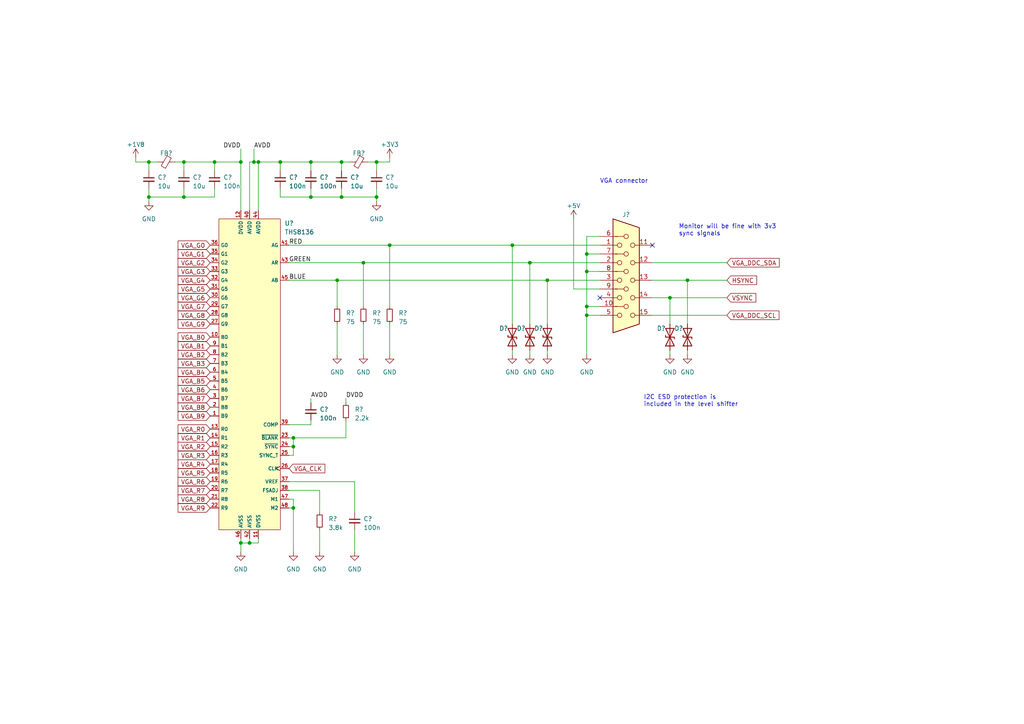
<source format=kicad_sch>
(kicad_sch (version 20220126) (generator eeschema)
  (paper "A4")
  (lib_symbols
    (symbol "Connector:DB15_Female_HighDensity" (pin_names (offset 1.016) hide)
      (property "Reference" "J" (at 0 21.59 0))
      (property "Value" "DB15_Female_HighDensity" (at 0 19.05 0))
      (symbol "DB15_Female_HighDensity_0_1"
        (circle (center -1.905 -10.16) (radius 0.635))
        (circle (center -1.905 -5.08) (radius 0.635))
        (circle (center -1.905 0) (radius 0.635))
        (circle (center -1.905 5.08) (radius 0.635))
        (circle (center -1.905 10.16) (radius 0.635))
        (circle (center 0 -7.62) (radius 0.635))
        (circle (center 0 -2.54) (radius 0.635))
        (polyline (pts (xy -3.175 7.62) (xy -0.635 7.62)))
        (polyline (pts (xy -0.635 -7.62) (xy -3.175 -7.62)))
        (polyline (pts (xy -0.635 -2.54) (xy -3.175 -2.54)))
        (polyline (pts (xy -0.635 2.54) (xy -3.175 2.54)))
        (polyline (pts (xy -0.635 12.7) (xy -3.175 12.7)))
        (polyline (pts (xy -3.81 17.78) (xy -3.81 -15.24) (xy 3.81 -12.7) (xy 3.81 15.24) (xy -3.81 17.78)) (stroke (width 0.254)) (fill (type background)))
        (circle (center 0 2.54) (radius 0.635))
        (circle (center 0 7.62) (radius 0.635))
        (circle (center 0 12.7) (radius 0.635))
        (circle (center 1.905 -10.16) (radius 0.635))
        (circle (center 1.905 -5.08) (radius 0.635))
        (circle (center 1.905 0) (radius 0.635))
        (circle (center 1.905 5.08) (radius 0.635))
        (circle (center 1.905 10.16) (radius 0.635))
      )
      (symbol "DB15_Female_HighDensity_1_1"
        (pin passive line (at -7.62 10.16 0) (length 5.08) (name "~") (number "1"))
        (pin passive line (at -7.62 -7.62 0) (length 5.08) (name "~") (number "10"))
        (pin passive line (at 7.62 10.16 180) (length 5.08) (name "~") (number "11"))
        (pin passive line (at 7.62 5.08 180) (length 5.08) (name "~") (number "12"))
        (pin passive line (at 7.62 0 180) (length 5.08) (name "~") (number "13"))
        (pin passive line (at 7.62 -5.08 180) (length 5.08) (name "~") (number "14"))
        (pin passive line (at 7.62 -10.16 180) (length 5.08) (name "~") (number "15"))
        (pin passive line (at -7.62 5.08 0) (length 5.08) (name "~") (number "2"))
        (pin passive line (at -7.62 0 0) (length 5.08) (name "~") (number "3"))
        (pin passive line (at -7.62 -5.08 0) (length 5.08) (name "~") (number "4"))
        (pin passive line (at -7.62 -10.16 0) (length 5.08) (name "~") (number "5"))
        (pin passive line (at -7.62 12.7 0) (length 5.08) (name "~") (number "6"))
        (pin passive line (at -7.62 7.62 0) (length 5.08) (name "~") (number "7"))
        (pin passive line (at -7.62 2.54 0) (length 5.08) (name "~") (number "8"))
        (pin passive line (at -7.62 -2.54 0) (length 5.08) (name "~") (number "9"))
      )
    )
    (symbol "Device:C_Small" (pin_numbers hide) (pin_names (offset 0.254) hide)
      (property "Reference" "C" (at 0.254 1.778 0))
      (property "Value" "C_Small" (at 0.254 -2.032 0))
      (symbol "C_Small_0_1"
        (polyline (pts (xy -1.524 -0.508) (xy 1.524 -0.508)) (stroke (width 0.3302)))
        (polyline (pts (xy -1.524 0.508) (xy 1.524 0.508)) (stroke (width 0.3048)))
      )
      (symbol "C_Small_1_1"
        (pin passive line (at 0 2.54 270) (length 2.032) (name "~") (number "1"))
        (pin passive line (at 0 -2.54 90) (length 2.032) (name "~") (number "2"))
      )
    )
    (symbol "Device:D_TVS" (pin_numbers hide) (pin_names (offset 1.016) hide)
      (property "Reference" "D" (at 0 2.54 0))
      (property "Value" "D_TVS" (at 0 -2.54 0))
      (symbol "D_TVS_0_1"
        (polyline (pts (xy 1.27 0) (xy -1.27 0)))
        (polyline (pts (xy 0.508 1.27) (xy 0 1.27) (xy 0 -1.27) (xy -0.508 -1.27)) (stroke (width 0.254)))
        (polyline (pts (xy -2.54 1.27) (xy -2.54 -1.27) (xy 2.54 1.27) (xy 2.54 -1.27) (xy -2.54 1.27)) (stroke (width 0.254)))
      )
      (symbol "D_TVS_1_1"
        (pin passive line (at -3.81 0 0) (length 2.54) (name "A1") (number "1"))
        (pin passive line (at 3.81 0 180) (length 2.54) (name "A2") (number "2"))
      )
    )
    (symbol "Device:FerriteBead_Small" (pin_numbers hide) (pin_names (offset 0))
      (property "Reference" "FB" (at 1.905 1.27 0))
      (property "Value" "FerriteBead_Small" (at 1.905 -1.27 0))
      (symbol "FerriteBead_Small_0_1"
        (polyline (pts (xy 0 -1.27) (xy 0 -0.7874)))
        (polyline (pts (xy 0 0.889) (xy 0 1.2954)))
        (polyline (pts (xy -1.8288 0.2794) (xy -1.1176 1.4986) (xy 1.8288 -0.2032) (xy 1.1176 -1.4224) (xy -1.8288 0.2794)))
      )
      (symbol "FerriteBead_Small_1_1"
        (pin passive line (at 0 2.54 270) (length 1.27) (name "~") (number "1"))
        (pin passive line (at 0 -2.54 90) (length 1.27) (name "~") (number "2"))
      )
    )
    (symbol "Device:R_Small" (pin_numbers hide) (pin_names (offset 0.254) hide)
      (property "Reference" "R" (at 0.762 0.508 0))
      (property "Value" "R_Small" (at 0.762 -1.016 0))
      (symbol "R_Small_0_1"
        (rectangle (start -0.762 1.778) (end 0.762 -1.778) (stroke (width 0.2032)))
      )
      (symbol "R_Small_1_1"
        (pin passive line (at 0 2.54 270) (length 0.762) (name "~") (number "1"))
        (pin passive line (at 0 -2.54 90) (length 0.762) (name "~") (number "2"))
      )
    )
    (symbol "THS8136:THS8136"
      (property "Reference" "U?" (at 4.3689 49.53 0))
      (property "Value" "THS8136" (at 4.3689 46.99 0))
      (symbol "THS8136_1_1"
        (rectangle (start -8.89 45.72) (end 8.89 -44.45) (stroke (width 0.1524)) (fill (type background)))
        (pin input line (at -11.43 -11.43 0) (length 2.54) (name "B9") (number "1"))
        (pin input line (at -11.43 11.43 0) (length 2.54) (name "B0") (number "10"))
        (pin power_in line (at 2.54 -46.99 90) (length 2.54) (name "DVSS") (number "11"))
        (pin power_in line (at -2.54 48.26 270) (length 2.54) (name "DVDD") (number "12"))
        (pin input line (at -11.43 -15.24 0) (length 2.54) (name "R0") (number "13"))
        (pin input line (at -11.43 -17.78 0) (length 2.54) (name "R1") (number "14"))
        (pin input line (at -11.43 -20.32 0) (length 2.54) (name "R2") (number "15"))
        (pin input line (at -11.43 -22.86 0) (length 2.54) (name "R3") (number "16"))
        (pin input line (at -11.43 -25.4 0) (length 2.54) (name "R4") (number "17"))
        (pin input line (at -11.43 -27.94 0) (length 2.54) (name "R5") (number "18"))
        (pin input line (at -11.43 -30.48 0) (length 2.54) (name "R6") (number "19"))
        (pin input line (at -11.43 -8.89 0) (length 2.54) (name "B8") (number "2"))
        (pin input line (at -11.43 -33.02 0) (length 2.54) (name "R7") (number "20"))
        (pin input line (at -11.43 -35.56 0) (length 2.54) (name "R8") (number "21"))
        (pin input line (at -11.43 -38.1 0) (length 2.54) (name "R9") (number "22"))
        (pin input line (at 11.43 -17.78 180) (length 2.54) (name "~{BLANK}") (number "23"))
        (pin input line (at 11.43 -20.32 180) (length 2.54) (name "~{SYNC}") (number "24"))
        (pin input line (at 11.43 -22.86 180) (length 2.54) (name "SYNC_T") (number "25"))
        (pin input clock (at 11.43 -26.67 180) (length 2.54) (name "CLK") (number "26"))
        (pin input line (at -11.43 15.24 0) (length 2.54) (name "G9") (number "27"))
        (pin input line (at -11.43 17.78 0) (length 2.54) (name "G8") (number "28"))
        (pin input line (at -11.43 20.32 0) (length 2.54) (name "G7") (number "29"))
        (pin input line (at -11.43 -6.35 0) (length 2.54) (name "B7") (number "3"))
        (pin input line (at -11.43 22.86 0) (length 2.54) (name "G6") (number "30"))
        (pin input line (at -11.43 25.4 0) (length 2.54) (name "G5") (number "31"))
        (pin input line (at -11.43 27.94 0) (length 2.54) (name "G4") (number "32"))
        (pin input line (at -11.43 30.48 0) (length 2.54) (name "G3") (number "33"))
        (pin input line (at -11.43 33.02 0) (length 2.54) (name "G2") (number "34"))
        (pin input line (at -11.43 35.56 0) (length 2.54) (name "G1") (number "35"))
        (pin input line (at -11.43 38.1 0) (length 2.54) (name "G0") (number "36"))
        (pin input line (at 11.43 -30.48 180) (length 2.54) (name "VREF") (number "37"))
        (pin input line (at 11.43 -33.02 180) (length 2.54) (name "FSADJ") (number "38"))
        (pin input line (at 11.43 -13.97 180) (length 2.54) (name "COMP") (number "39"))
        (pin input line (at -11.43 -3.81 0) (length 2.54) (name "B6") (number "4"))
        (pin power_in line (at 0 48.26 270) (length 2.54) (name "AVDD") (number "40"))
        (pin output line (at 11.43 38.1 180) (length 2.54) (name "AG") (number "41"))
        (pin power_in line (at 0 -46.99 90) (length 2.54) (name "AVSS") (number "42"))
        (pin output line (at 11.43 33.02 180) (length 2.54) (name "AR") (number "43"))
        (pin power_in line (at 2.54 48.26 270) (length 2.54) (name "AVDD") (number "44"))
        (pin output line (at 11.43 27.94 180) (length 2.54) (name "AB") (number "45"))
        (pin power_in line (at -2.54 -46.99 90) (length 2.54) (name "AVSS") (number "46"))
        (pin input line (at 11.43 -35.56 180) (length 2.54) (name "M1") (number "47"))
        (pin input line (at 11.43 -38.1 180) (length 2.54) (name "M2") (number "48"))
        (pin input line (at -11.43 -1.27 0) (length 2.54) (name "B5") (number "5"))
        (pin input line (at -11.43 1.27 0) (length 2.54) (name "B4") (number "6"))
        (pin input line (at -11.43 3.81 0) (length 2.54) (name "B3") (number "7"))
        (pin input line (at -11.43 6.35 0) (length 2.54) (name "B2") (number "8"))
        (pin input line (at -11.43 8.89 0) (length 2.54) (name "B1") (number "9"))
      )
    )
    (symbol "power:+1V8" (power) (pin_names (offset 0))
      (property "Value" "+1V8" (at 0 3.556 0))
      (symbol "+1V8_0_1"
        (polyline (pts (xy -0.762 1.27) (xy 0 2.54)))
        (polyline (pts (xy 0 0) (xy 0 2.54)))
        (polyline (pts (xy 0 2.54) (xy 0.762 1.27)))
      )
      (symbol "+1V8_1_1"
        (pin power_in line (at 0 0 90) (length 0) hide (name "+1V8") (number "1"))
      )
    )
    (symbol "power:+3V3" (power) (pin_names (offset 0))
      (property "Value" "+3V3" (at 0 3.556 0))
      (symbol "+3V3_0_1"
        (polyline (pts (xy -0.762 1.27) (xy 0 2.54)))
        (polyline (pts (xy 0 0) (xy 0 2.54)))
        (polyline (pts (xy 0 2.54) (xy 0.762 1.27)))
      )
      (symbol "+3V3_1_1"
        (pin power_in line (at 0 0 90) (length 0) hide (name "+3V3") (number "1"))
      )
    )
    (symbol "power:+5V" (power) (pin_names (offset 0))
      (property "Value" "+5V" (at 0 3.556 0))
      (symbol "+5V_0_1"
        (polyline (pts (xy -0.762 1.27) (xy 0 2.54)))
        (polyline (pts (xy 0 0) (xy 0 2.54)))
        (polyline (pts (xy 0 2.54) (xy 0.762 1.27)))
      )
      (symbol "+5V_1_1"
        (pin power_in line (at 0 0 90) (length 0) hide (name "+5V") (number "1"))
      )
    )
    (symbol "power:GND" (power) (pin_names (offset 0))
      (property "Value" "GND" (at 0 -3.81 0))
      (symbol "GND_0_1"
        (polyline (pts (xy 0 0) (xy 0 -1.27) (xy 1.27 -1.27) (xy 0 -2.54) (xy -1.27 -1.27) (xy 0 -1.27)))
      )
      (symbol "GND_1_1"
        (pin power_in line (at 0 0 270) (length 0) hide (name "GND") (number "1"))
      )
    )
  )
  (junction (at 90.17 46.99))
  (junction (at 53.34 57.15))
  (junction (at 69.85 157.48))
  (junction (at 97.79 81.28))
  (junction (at 81.28 46.99))
  (junction (at 62.23 46.99))
  (junction (at 43.18 57.15))
  (junction (at 90.17 57.15))
  (junction (at 72.39 157.48))
  (junction (at 158.75 81.28))
  (junction (at 170.18 73.66))
  (junction (at 69.85 46.99))
  (junction (at 113.03 71.12))
  (junction (at 170.18 91.44))
  (junction (at 109.22 46.99))
  (junction (at 85.09 147.32))
  (junction (at 170.18 88.9))
  (junction (at 99.06 46.99))
  (junction (at 153.67 76.2))
  (junction (at 199.39 81.28))
  (junction (at 194.31 86.36))
  (junction (at 148.59 71.12))
  (junction (at 43.18 46.99))
  (junction (at 99.06 57.15))
  (junction (at 85.09 129.54))
  (junction (at 53.34 46.99))
  (junction (at 170.18 78.74))
  (junction (at 85.09 127))
  (junction (at 73.66 46.99))
  (junction (at 109.22 57.15))
  (junction (at 105.41 76.2))
  (junction (at 74.93 46.99))
  (no_connect (at 189.23 71.12))
  (no_connect (at 173.99 86.36))
  (wire (pts (xy 50.8 46.99) (xy 53.34 46.99)))
  (wire (pts (xy 199.39 81.28) (xy 210.82 81.28)))
  (wire (pts (xy 74.93 157.48) (xy 72.39 157.48)))
  (wire (pts (xy 199.39 101.6) (xy 199.39 102.87)))
  (wire (pts (xy 90.17 115.57) (xy 90.17 116.84)))
  (wire (pts (xy 189.23 86.36) (xy 194.31 86.36)))
  (wire (pts (xy 148.59 101.6) (xy 148.59 102.87)))
  (wire (pts (xy 74.93 156.21) (xy 74.93 157.48)))
  (wire (pts (xy 83.82 147.32) (xy 85.09 147.32)))
  (wire (pts (xy 109.22 57.15) (xy 99.06 57.15)))
  (wire (pts (xy 113.03 93.98) (xy 113.03 102.87)))
  (wire (pts (xy 53.34 46.99) (xy 53.34 49.53)))
  (wire (pts (xy 62.23 54.61) (xy 62.23 57.15)))
  (wire (pts (xy 109.22 46.99) (xy 106.68 46.99)))
  (wire (pts (xy 113.03 71.12) (xy 113.03 88.9)))
  (wire (pts (xy 92.71 153.67) (xy 92.71 160.02)))
  (wire (pts (xy 53.34 54.61) (xy 53.34 57.15)))
  (wire (pts (xy 74.93 46.99) (xy 74.93 60.96)))
  (wire (pts (xy 43.18 57.15) (xy 53.34 57.15)))
  (wire (pts (xy 189.23 81.28) (xy 199.39 81.28)))
  (wire (pts (xy 69.85 156.21) (xy 69.85 157.48)))
  (wire (pts (xy 99.06 57.15) (xy 90.17 57.15)))
  (wire (pts (xy 90.17 46.99) (xy 90.17 49.53)))
  (wire (pts (xy 85.09 127) (xy 100.33 127)))
  (wire (pts (xy 43.18 46.99) (xy 45.72 46.99)))
  (wire (pts (xy 170.18 73.66) (xy 170.18 78.74)))
  (wire (pts (xy 83.82 139.7) (xy 102.87 139.7)))
  (wire (pts (xy 73.66 43.18) (xy 73.66 46.99)))
  (wire (pts (xy 43.18 57.15) (xy 43.18 58.42)))
  (wire (pts (xy 81.28 57.15) (xy 90.17 57.15)))
  (wire (pts (xy 85.09 127) (xy 85.09 129.54)))
  (wire (pts (xy 99.06 49.53) (xy 99.06 46.99)))
  (wire (pts (xy 69.85 46.99) (xy 69.85 60.96)))
  (wire (pts (xy 97.79 81.28) (xy 158.75 81.28)))
  (wire (pts (xy 90.17 54.61) (xy 90.17 57.15)))
  (wire (pts (xy 69.85 157.48) (xy 69.85 160.02)))
  (wire (pts (xy 72.39 156.21) (xy 72.39 157.48)))
  (wire (pts (xy 105.41 93.98) (xy 105.41 102.87)))
  (wire (pts (xy 100.33 115.57) (xy 100.33 116.84)))
  (wire (pts (xy 72.39 60.96) (xy 72.39 46.99)))
  (wire (pts (xy 105.41 76.2) (xy 153.67 76.2)))
  (wire (pts (xy 72.39 157.48) (xy 69.85 157.48)))
  (wire (pts (xy 85.09 132.08) (xy 85.09 129.54)))
  (wire (pts (xy 166.37 83.82) (xy 173.99 83.82)))
  (wire (pts (xy 92.71 142.24) (xy 92.71 148.59)))
  (wire (pts (xy 53.34 46.99) (xy 62.23 46.99)))
  (wire (pts (xy 102.87 139.7) (xy 102.87 148.59)))
  (wire (pts (xy 74.93 46.99) (xy 81.28 46.99)))
  (wire (pts (xy 170.18 91.44) (xy 173.99 91.44)))
  (wire (pts (xy 85.09 160.02) (xy 85.09 147.32)))
  (wire (pts (xy 83.82 132.08) (xy 85.09 132.08)))
  (wire (pts (xy 173.99 78.74) (xy 170.18 78.74)))
  (wire (pts (xy 158.75 81.28) (xy 158.75 93.98)))
  (wire (pts (xy 189.23 91.44) (xy 210.82 91.44)))
  (wire (pts (xy 113.03 71.12) (xy 148.59 71.12)))
  (wire (pts (xy 62.23 46.99) (xy 69.85 46.99)))
  (wire (pts (xy 99.06 54.61) (xy 99.06 57.15)))
  (wire (pts (xy 173.99 68.58) (xy 170.18 68.58)))
  (wire (pts (xy 99.06 46.99) (xy 101.6 46.99)))
  (wire (pts (xy 73.66 46.99) (xy 74.93 46.99)))
  (wire (pts (xy 194.31 86.36) (xy 210.82 86.36)))
  (wire (pts (xy 158.75 81.28) (xy 173.99 81.28)))
  (wire (pts (xy 102.87 153.67) (xy 102.87 160.02)))
  (wire (pts (xy 153.67 101.6) (xy 153.67 102.87)))
  (wire (pts (xy 173.99 88.9) (xy 170.18 88.9)))
  (wire (pts (xy 83.82 71.12) (xy 113.03 71.12)))
  (wire (pts (xy 100.33 127) (xy 100.33 121.92)))
  (wire (pts (xy 173.99 73.66) (xy 170.18 73.66)))
  (wire (pts (xy 170.18 88.9) (xy 170.18 91.44)))
  (wire (pts (xy 113.03 45.72) (xy 113.03 46.99)))
  (wire (pts (xy 148.59 71.12) (xy 148.59 93.98)))
  (wire (pts (xy 170.18 102.87) (xy 170.18 91.44)))
  (wire (pts (xy 69.85 43.18) (xy 69.85 46.99)))
  (wire (pts (xy 109.22 49.53) (xy 109.22 46.99)))
  (wire (pts (xy 83.82 127) (xy 85.09 127)))
  (wire (pts (xy 148.59 71.12) (xy 173.99 71.12)))
  (wire (pts (xy 62.23 46.99) (xy 62.23 49.53)))
  (wire (pts (xy 109.22 54.61) (xy 109.22 57.15)))
  (wire (pts (xy 39.37 45.72) (xy 39.37 46.99)))
  (wire (pts (xy 194.31 86.36) (xy 194.31 93.98)))
  (wire (pts (xy 153.67 76.2) (xy 173.99 76.2)))
  (wire (pts (xy 83.82 129.54) (xy 85.09 129.54)))
  (wire (pts (xy 97.79 93.98) (xy 97.79 102.87)))
  (wire (pts (xy 90.17 46.99) (xy 99.06 46.99)))
  (wire (pts (xy 83.82 76.2) (xy 105.41 76.2)))
  (wire (pts (xy 81.28 46.99) (xy 90.17 46.99)))
  (wire (pts (xy 105.41 76.2) (xy 105.41 88.9)))
  (wire (pts (xy 166.37 63.5) (xy 166.37 83.82)))
  (wire (pts (xy 81.28 46.99) (xy 81.28 49.53)))
  (wire (pts (xy 199.39 81.28) (xy 199.39 93.98)))
  (wire (pts (xy 85.09 147.32) (xy 85.09 144.78)))
  (wire (pts (xy 43.18 49.53) (xy 43.18 46.99)))
  (wire (pts (xy 85.09 144.78) (xy 83.82 144.78)))
  (wire (pts (xy 90.17 123.19) (xy 90.17 121.92)))
  (wire (pts (xy 43.18 54.61) (xy 43.18 57.15)))
  (wire (pts (xy 81.28 54.61) (xy 81.28 57.15)))
  (wire (pts (xy 83.82 81.28) (xy 97.79 81.28)))
  (wire (pts (xy 53.34 57.15) (xy 62.23 57.15)))
  (wire (pts (xy 153.67 76.2) (xy 153.67 93.98)))
  (wire (pts (xy 72.39 46.99) (xy 73.66 46.99)))
  (wire (pts (xy 189.23 76.2) (xy 210.82 76.2)))
  (wire (pts (xy 83.82 123.19) (xy 90.17 123.19)))
  (wire (pts (xy 158.75 101.6) (xy 158.75 102.87)))
  (wire (pts (xy 83.82 142.24) (xy 92.71 142.24)))
  (wire (pts (xy 194.31 101.6) (xy 194.31 102.87)))
  (wire (pts (xy 113.03 46.99) (xy 109.22 46.99)))
  (wire (pts (xy 39.37 46.99) (xy 43.18 46.99)))
  (wire (pts (xy 97.79 81.28) (xy 97.79 88.9)))
  (wire (pts (xy 170.18 68.58) (xy 170.18 73.66)))
  (wire (pts (xy 170.18 78.74) (xy 170.18 88.9)))
  (wire (pts (xy 109.22 57.15) (xy 109.22 58.42)))
  (text "I2C ESD protection is\nincluded in the level shifter" (at 186.69 118.11 0) (effects (font (size 1.27 1.27)) (justify left bottom)))
  (text "VGA connector" (at 173.99 53.34 0) (effects (font (size 1.27 1.27)) (justify left bottom)))
  (text "Monitor will be fine with 3v3\nsync signals" (at 196.85 68.58 0) (effects (font (size 1.27 1.27)) (justify left bottom)))
  (label "AVDD" (at 90.17 115.57 0))
  (label "RED" (at 83.82 71.12 0))
  (label "BLUE" (at 83.82 81.28 0))
  (label "DVDD" (at 100.33 115.57 0))
  (label "AVDD" (at 73.66 43.18 0))
  (label "GREEN" (at 83.82 76.2 0))
  (label "DVDD" (at 69.85 43.18 0))
  (global_label "VGA_B6" (shape input) (at 60.96 113.03 180) (property "Intersheetrefs" "${INTERSHEET_REFS}" (at 51.2236 113.03 0) (effects (justify right))))
  (global_label "VGA_B5" (shape input) (at 60.96 110.49 180) (property "Intersheetrefs" "${INTERSHEET_REFS}" (at 51.2236 110.49 0) (effects (justify right))))
  (global_label "VGA_G8" (shape input) (at 60.96 91.44 180) (property "Intersheetrefs" "${INTERSHEET_REFS}" (at 51.2236 91.44 0) (effects (justify right))))
  (global_label "VGA_B0" (shape input) (at 60.96 97.79 180) (property "Intersheetrefs" "${INTERSHEET_REFS}" (at 51.2236 97.79 0) (effects (justify right))))
  (global_label "VGA_CLK" (shape input) (at 83.82 135.89 0) (property "Intersheetrefs" "${INTERSHEET_REFS}" (at 94.645 135.89 0) (effects (justify left))))
  (global_label "VGA_B8" (shape input) (at 60.96 118.11 180) (property "Intersheetrefs" "${INTERSHEET_REFS}" (at 51.2236 118.11 0) (effects (justify right))))
  (global_label "VGA_DDC_SDA" (shape input) (at 210.82 76.2 0) (property "Intersheetrefs" "${INTERSHEET_REFS}" (at 226.4226 76.2 0) (effects (justify left))))
  (global_label "VGA_G1" (shape input) (at 60.96 73.66 180) (property "Intersheetrefs" "${INTERSHEET_REFS}" (at 51.2236 73.66 0) (effects (justify right))))
  (global_label "VGA_R0" (shape input) (at 60.96 124.46 180) (property "Intersheetrefs" "${INTERSHEET_REFS}" (at 51.2236 124.46 0) (effects (justify right))))
  (global_label "VGA_G0" (shape input) (at 60.96 71.12 180) (property "Intersheetrefs" "${INTERSHEET_REFS}" (at 51.2236 71.12 0) (effects (justify right))))
  (global_label "HSYNC" (shape input) (at 210.82 81.28 0) (property "Intersheetrefs" "${INTERSHEET_REFS}" (at 219.8912 81.28 0) (effects (justify left))))
  (global_label "VGA_G4" (shape input) (at 60.96 81.28 180) (property "Intersheetrefs" "${INTERSHEET_REFS}" (at 51.2236 81.28 0) (effects (justify right))))
  (global_label "VGA_R5" (shape input) (at 60.96 137.16 180) (property "Intersheetrefs" "${INTERSHEET_REFS}" (at 51.2236 137.16 0) (effects (justify right))))
  (global_label "VGA_DDC_SCL" (shape input) (at 210.82 91.44 0) (property "Intersheetrefs" "${INTERSHEET_REFS}" (at 226.3621 91.44 0) (effects (justify left))))
  (global_label "VGA_B7" (shape input) (at 60.96 115.57 180) (property "Intersheetrefs" "${INTERSHEET_REFS}" (at 51.2236 115.57 0) (effects (justify right))))
  (global_label "VGA_B9" (shape input) (at 60.96 120.65 180) (property "Intersheetrefs" "${INTERSHEET_REFS}" (at 51.2236 120.65 0) (effects (justify right))))
  (global_label "VGA_G6" (shape input) (at 60.96 86.36 180) (property "Intersheetrefs" "${INTERSHEET_REFS}" (at 51.2236 86.36 0) (effects (justify right))))
  (global_label "VGA_R8" (shape input) (at 60.96 144.78 180) (property "Intersheetrefs" "${INTERSHEET_REFS}" (at 51.2236 144.78 0) (effects (justify right))))
  (global_label "VGA_B4" (shape input) (at 60.96 107.95 180) (property "Intersheetrefs" "${INTERSHEET_REFS}" (at 51.2236 107.95 0) (effects (justify right))))
  (global_label "VGA_B2" (shape input) (at 60.96 102.87 180) (property "Intersheetrefs" "${INTERSHEET_REFS}" (at 51.2236 102.87 0) (effects (justify right))))
  (global_label "VGA_G2" (shape input) (at 60.96 76.2 180) (property "Intersheetrefs" "${INTERSHEET_REFS}" (at 51.2236 76.2 0) (effects (justify right))))
  (global_label "VGA_G7" (shape input) (at 60.96 88.9 180) (property "Intersheetrefs" "${INTERSHEET_REFS}" (at 51.2236 88.9 0) (effects (justify right))))
  (global_label "VGA_R3" (shape input) (at 60.96 132.08 180) (property "Intersheetrefs" "${INTERSHEET_REFS}" (at 51.2236 132.08 0) (effects (justify right))))
  (global_label "VGA_B3" (shape input) (at 60.96 105.41 180) (property "Intersheetrefs" "${INTERSHEET_REFS}" (at 51.2236 105.41 0) (effects (justify right))))
  (global_label "VSYNC" (shape input) (at 210.82 86.36 0) (property "Intersheetrefs" "${INTERSHEET_REFS}" (at 219.6493 86.36 0) (effects (justify left))))
  (global_label "VGA_G5" (shape input) (at 60.96 83.82 180) (property "Intersheetrefs" "${INTERSHEET_REFS}" (at 51.2236 83.82 0) (effects (justify right))))
  (global_label "VGA_R9" (shape input) (at 60.96 147.32 180) (property "Intersheetrefs" "${INTERSHEET_REFS}" (at 51.2236 147.32 0) (effects (justify right))))
  (global_label "VGA_R7" (shape input) (at 60.96 142.24 180) (property "Intersheetrefs" "${INTERSHEET_REFS}" (at 51.2236 142.24 0) (effects (justify right))))
  (global_label "VGA_G9" (shape input) (at 60.96 93.98 180) (property "Intersheetrefs" "${INTERSHEET_REFS}" (at 51.2236 93.98 0) (effects (justify right))))
  (global_label "VGA_R1" (shape input) (at 60.96 127 180) (property "Intersheetrefs" "${INTERSHEET_REFS}" (at 51.2236 127 0) (effects (justify right))))
  (global_label "VGA_R4" (shape input) (at 60.96 134.62 180) (property "Intersheetrefs" "${INTERSHEET_REFS}" (at 51.2236 134.62 0) (effects (justify right))))
  (global_label "VGA_R6" (shape input) (at 60.96 139.7 180) (property "Intersheetrefs" "${INTERSHEET_REFS}" (at 51.2236 139.7 0) (effects (justify right))))
  (global_label "VGA_R2" (shape input) (at 60.96 129.54 180) (property "Intersheetrefs" "${INTERSHEET_REFS}" (at 51.2236 129.54 0) (effects (justify right))))
  (global_label "VGA_B1" (shape input) (at 60.96 100.33 180) (property "Intersheetrefs" "${INTERSHEET_REFS}" (at 51.2236 100.33 0) (effects (justify right))))
  (global_label "VGA_G3" (shape input) (at 60.96 78.74 180) (property "Intersheetrefs" "${INTERSHEET_REFS}" (at 51.2236 78.74 0) (effects (justify right))))
  (symbol (lib_id "Device:C_Small") (at 99.06 52.07 0) (unit 1)
    (property "Reference" "C?" (at 101.6 51.4413 0) (effects (justify left)))
    (property "Value" "10u" (at 101.6 53.9813 0) (effects (justify left)))
  )
  (symbol (lib_id "power:GND") (at 102.87 160.02 0) (unit 1)
    (property "Reference" "#PWR?" (effects hide))
    (property "Value" "GND" (at 102.87 165.1 0))
  )
  (symbol (lib_id "Device:D_TVS") (at 194.31 97.79 90) (unit 1)
    (property "Reference" "D?" (at 190.5 95.25 90) (effects (justify right)))
    (property "Value" "D_TVS" (effects hide))
  )
  (symbol (lib_id "Device:C_Small") (at 90.17 52.07 0) (unit 1)
    (property "Reference" "C?" (at 92.71 51.4413 0) (effects (justify left)))
    (property "Value" "100n" (at 92.71 53.9813 0) (effects (justify left)))
  )
  (symbol (lib_id "Device:FerriteBead_Small") (at 48.26 46.99 90) (unit 1)
    (property "Reference" "FB?" (at 48.2219 44.45 90))
    (property "Value" "FerriteBead_Small" (effects hide))
  )
  (symbol (lib_id "Device:FerriteBead_Small") (at 104.14 46.99 90) (unit 1)
    (property "Reference" "FB?" (at 104.1019 44.45 90))
    (property "Value" "FerriteBead_Small" (effects hide))
  )
  (symbol (lib_id "Device:C_Small") (at 62.23 52.07 0) (unit 1)
    (property "Reference" "C?" (at 64.77 51.4413 0) (effects (justify left)))
    (property "Value" "100n" (at 64.77 53.9813 0) (effects (justify left)))
  )
  (symbol (lib_id "Device:C_Small") (at 109.22 52.07 0) (unit 1)
    (property "Reference" "C?" (at 111.76 51.4413 0) (effects (justify left)))
    (property "Value" "10u" (at 111.76 53.9813 0) (effects (justify left)))
  )
  (symbol (lib_id "power:+5V") (at 166.37 63.5 0) (unit 1)
    (property "Reference" "#PWR?" (effects hide))
    (property "Value" "+5V" (at 166.37 59.69 0))
  )
  (symbol (lib_id "power:GND") (at 148.59 102.87 0) (unit 1)
    (property "Reference" "#PWR?" (effects hide))
    (property "Value" "GND" (at 148.59 107.95 0))
  )
  (symbol (lib_id "power:GND") (at 43.18 58.42 0) (unit 1)
    (property "Reference" "#PWR?" (effects hide))
    (property "Value" "GND" (at 43.18 63.5 0))
  )
  (symbol (lib_id "Device:D_TVS") (at 158.75 97.79 90) (unit 1)
    (property "Reference" "D?" (at 154.94 95.25 90) (effects (justify right)))
    (property "Value" "D_TVS" (effects hide))
  )
  (symbol (lib_id "power:GND") (at 153.67 102.87 0) (unit 1)
    (property "Reference" "#PWR?" (effects hide))
    (property "Value" "GND" (at 153.67 107.95 0))
  )
  (symbol (lib_id "power:GND") (at 170.18 102.87 0) (unit 1)
    (property "Reference" "#PWR?" (effects hide))
    (property "Value" "GND" (at 170.18 107.95 0))
  )
  (symbol (lib_id "Device:R_Small") (at 113.03 91.44 0) (unit 1)
    (property "Reference" "R?" (at 115.57 90.805 0) (effects (justify left)))
    (property "Value" "75" (at 115.57 93.345 0) (effects (justify left)))
  )
  (symbol (lib_id "Device:R_Small") (at 97.79 91.44 0) (unit 1)
    (property "Reference" "R?" (at 100.33 90.805 0) (effects (justify left)))
    (property "Value" "75" (at 100.33 93.345 0) (effects (justify left)))
  )
  (symbol (lib_id "power:+1V8") (at 39.37 45.72 0) (unit 1)
    (property "Reference" "#PWR?" (effects hide))
    (property "Value" "+1V8" (at 39.37 41.91 0))
  )
  (symbol (lib_id "Device:C_Small") (at 53.34 52.07 0) (unit 1)
    (property "Reference" "C?" (at 55.88 51.4413 0) (effects (justify left)))
    (property "Value" "10u" (at 55.88 53.9813 0) (effects (justify left)))
  )
  (symbol (lib_id "power:GND") (at 105.41 102.87 0) (unit 1)
    (property "Reference" "#PWR?" (effects hide))
    (property "Value" "GND" (at 105.41 107.95 0))
  )
  (symbol (lib_id "power:GND") (at 85.09 160.02 0) (unit 1)
    (property "Reference" "#PWR?" (effects hide))
    (property "Value" "GND" (at 85.09 165.1 0))
  )
  (symbol (lib_id "Device:R_Small") (at 100.33 119.38 0) (unit 1)
    (property "Reference" "R?" (at 102.87 118.745 0) (effects (justify left)))
    (property "Value" "2.2k" (at 102.87 121.285 0) (effects (justify left)))
  )
  (symbol (lib_id "Device:D_TVS") (at 148.59 97.79 90) (unit 1)
    (property "Reference" "D?" (at 144.78 95.25 90) (effects (justify right)))
    (property "Value" "D_TVS" (effects hide))
  )
  (symbol (lib_id "power:+3V3") (at 113.03 45.72 0) (unit 1)
    (property "Reference" "#PWR?" (effects hide))
    (property "Value" "+3V3" (at 113.03 41.91 0))
  )
  (symbol (lib_id "power:GND") (at 113.03 102.87 0) (unit 1)
    (property "Reference" "#PWR?" (effects hide))
    (property "Value" "GND" (at 113.03 107.95 0))
  )
  (symbol (lib_id "power:GND") (at 109.22 58.42 0) (mirror y) (unit 1)
    (property "Reference" "#PWR?" (effects hide))
    (property "Value" "GND" (at 109.22 63.5 0))
  )
  (symbol (lib_id "Device:C_Small") (at 43.18 52.07 0) (unit 1)
    (property "Reference" "C?" (at 45.72 51.4413 0) (effects (justify left)))
    (property "Value" "10u" (at 45.72 53.9813 0) (effects (justify left)))
  )
  (symbol (lib_id "THS8136:THS8136") (at 72.39 109.22 0) (unit 1)
    (property "Reference" "U?" (at 82.55 64.77 0) (effects (justify left)))
    (property "Value" "THS8136" (at 82.55 67.31 0) (effects (justify left)))
  )
  (symbol (lib_id "power:GND") (at 69.85 160.02 0) (unit 1)
    (property "Reference" "#PWR?" (effects hide))
    (property "Value" "GND" (at 69.85 165.1 0))
  )
  (symbol (lib_id "Device:D_TVS") (at 153.67 97.79 90) (unit 1)
    (property "Reference" "D?" (at 149.86 95.25 90) (effects (justify right)))
    (property "Value" "D_TVS" (effects hide))
  )
  (symbol (lib_id "power:GND") (at 158.75 102.87 0) (unit 1)
    (property "Reference" "#PWR?" (effects hide))
    (property "Value" "GND" (at 158.75 107.95 0))
  )
  (symbol (lib_id "Device:R_Small") (at 92.71 151.13 0) (unit 1)
    (property "Reference" "R?" (at 95.25 150.495 0) (effects (justify left)))
    (property "Value" "3.8k" (at 95.25 153.035 0) (effects (justify left)))
  )
  (symbol (lib_id "Device:C_Small") (at 81.28 52.07 0) (unit 1)
    (property "Reference" "C?" (at 83.82 51.4413 0) (effects (justify left)))
    (property "Value" "100n" (at 83.82 53.9813 0) (effects (justify left)))
  )
  (symbol (lib_id "power:GND") (at 194.31 102.87 0) (unit 1)
    (property "Reference" "#PWR?" (effects hide))
    (property "Value" "GND" (at 194.31 107.95 0))
  )
  (symbol (lib_id "power:GND") (at 92.71 160.02 0) (unit 1)
    (property "Reference" "#PWR?" (effects hide))
    (property "Value" "GND" (at 92.71 165.1 0))
  )
  (symbol (lib_id "Device:R_Small") (at 105.41 91.44 0) (unit 1)
    (property "Reference" "R?" (at 107.95 90.805 0) (effects (justify left)))
    (property "Value" "75" (at 107.95 93.345 0) (effects (justify left)))
  )
  (symbol (lib_id "Device:C_Small") (at 102.87 151.13 0) (unit 1)
    (property "Reference" "C?" (at 105.41 150.5013 0) (effects (justify left)))
    (property "Value" "100n" (at 105.41 153.0413 0) (effects (justify left)))
  )
  (symbol (lib_id "Device:D_TVS") (at 199.39 97.79 90) (unit 1)
    (property "Reference" "D?" (at 195.58 95.25 90) (effects (justify right)))
    (property "Value" "D_TVS" (effects hide))
  )
  (symbol (lib_id "power:GND") (at 97.79 102.87 0) (unit 1)
    (property "Reference" "#PWR?" (effects hide))
    (property "Value" "GND" (at 97.79 107.95 0))
  )
  (symbol (lib_id "Device:C_Small") (at 90.17 119.38 0) (unit 1)
    (property "Reference" "C?" (at 92.71 118.7513 0) (effects (justify left)))
    (property "Value" "100n" (at 92.71 121.2913 0) (effects (justify left)))
  )
  (symbol (lib_id "Connector:DB15_Female_HighDensity") (at 181.61 81.28 0) (unit 1)
    (property "Reference" "J?" (at 181.61 62.23 0))
    (property "Value" "DB15_Female_HighDensity" (effects hide))
    (property "Datasheet" " ~" (effects hide))
  )
  (symbol (lib_id "power:GND") (at 199.39 102.87 0) (unit 1)
    (property "Reference" "#PWR?" (effects hide))
    (property "Value" "GND" (at 199.39 107.95 0))
  )
)
</source>
